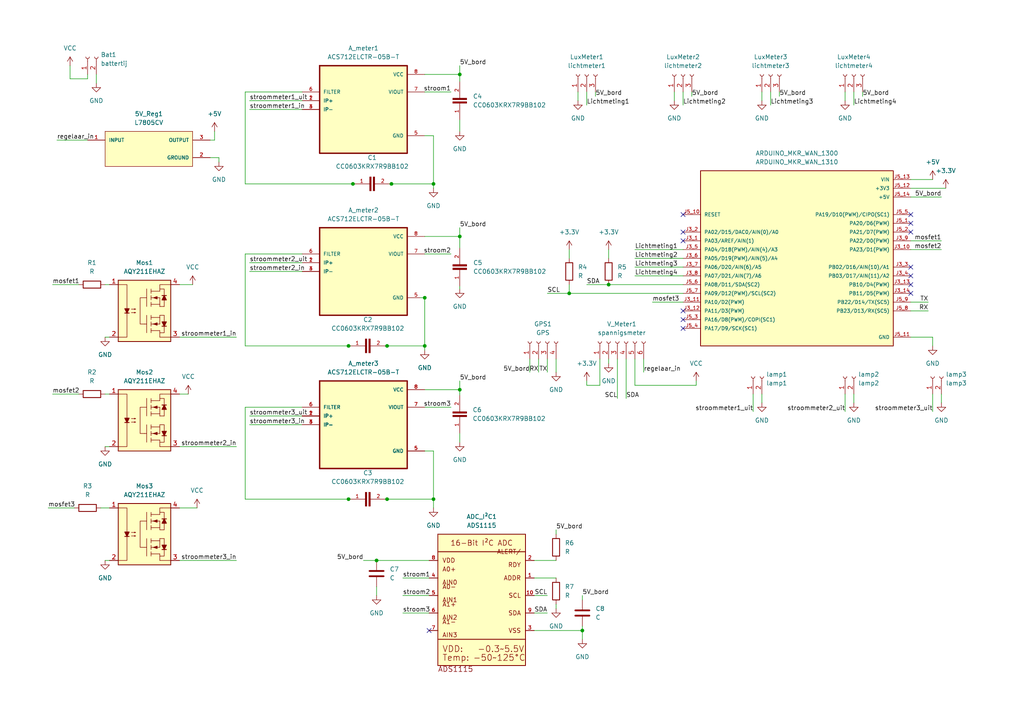
<source format=kicad_sch>
(kicad_sch (version 20211123) (generator eeschema)
  (paper "A4")
  (title_block (title "POAB_Baseplate") (date "2023-05-16") (rev "2.0") (comment 2 "Quinten Moons & Kevin Lahey"))
  (lib_symbols
    (symbol "ACS712ELCTR-05B-T:ACS712ELCTR-05B-T" (pin_names (offset 1.016))
      (property "Reference" "U" (at -12.7 13.7 0))
      (property "Value" "ACS712ELCTR-05B-T" (at -12.7 -16.7 0))
      (symbol "ACS712ELCTR-05B-T_0_0"
        (rectangle (start -12.7 -12.7) (end 12.7 12.7) (stroke (width 0.41)) (fill (type background)))
        (pin input line (at -17.78 2.54 0) (length 5.08) (name "IP+") (number "1"))
        (pin input line (at -17.78 2.54 0) (length 5.08) (name "IP+") (number "2"))
        (pin input line (at -17.78 0 0) (length 5.08) (name "IP-") (number "3"))
        (pin input line (at -17.78 0 0) (length 5.08) (name "IP-") (number "4"))
        (pin power_in line (at 17.78 -7.62 180) (length 5.08) (name "GND") (number "5"))
        (pin input line (at -17.78 5.08 0) (length 5.08) (name "FILTER") (number "6"))
        (pin output line (at 17.78 5.08 180) (length 5.08) (name "VIOUT") (number "7"))
        (pin power_in line (at 17.78 10.16 180) (length 5.08) (name "VCC") (number "8"))
      )
    )
    (symbol "ADS1115:ADS1115" (pin_names (offset 1.016))
      (property "Reference" "U" (at -12.7024 19.6887 0))
      (property "Value" "ADS1115" (at 0 0 0))
      (symbol "ADS1115_0_0"
        (rectangle (start -12.7 -19.05) (end 12.7 19.05) (stroke (width 0.254)) (fill (type background)))
        (polyline (pts (xy -12.7 13.97) (xy 12.7 13.97)) (stroke (width 0.254)))
        (polyline (pts (xy 12.7 -11.43) (xy -12.7 -11.43)) (stroke (width 0.254)))
        (text "-0.3~5.5V" (at -1.2717 -15.2604 0) (effects (font (size 1.7804 1.7804)) (justify left bottom)))
        (text "-50~125°C" (at -2.5418 -17.7925 0) (effects (font (size 1.7793 1.7793)) (justify left bottom)))
        (text "16-Bit I²C ADC" (at 0 16.513 0) (effects (font (size 1.5243 1.5243))))
        (text "A0+" (at -11.4486 8.9045 0) (effects (font (size 1.2721 1.2721)) (justify left)))
        (text "A0-" (at -11.4302 3.8101 0) (effects (font (size 1.27 1.27)) (justify left)))
        (text "A1+" (at -11.4373 -1.2708 0) (effects (font (size 1.2708 1.2708)) (justify left)))
        (text "A1-" (at -11.4484 -6.3603 0) (effects (font (size 1.272 1.272)) (justify left)))
        (text "ADDR" (at 11.4447 6.3582 0) (effects (font (size 1.2716 1.2716)) (justify right)))
        (text "ADS1115" (at -12.7079 -20.9681 0) (effects (font (size 1.525 1.525)) (justify left bottom)))
        (text "AIN0" (at -11.4486 5.0924 0) (effects (font (size 1.2721 1.2721)) (justify left)))
        (text "AIN1" (at -11.4302 0 0) (effects (font (size 1.27 1.27)) (justify left)))
        (text "AIN2" (at -11.4373 -5.0816 0) (effects (font (size 1.2708 1.2708)) (justify left)))
        (text "AIN3" (at -11.4484 -10.1723 0) (effects (font (size 1.272 1.272)) (justify left)))
        (text "ALERT/" (at 11.4389 13.9809 0) (effects (font (size 1.271 1.271)) (justify right)))
        (text "RDY" (at 11.4389 10.1699 0) (effects (font (size 1.271 1.271)) (justify right)))
        (text "SCL" (at 11.4523 1.2725 0) (effects (font (size 1.2725 1.2725)) (justify right)))
        (text "SDA" (at 11.4503 -3.8168 0) (effects (font (size 1.2723 1.2723)) (justify right)))
        (text "Temp:" (at -11.4321 -17.7833 0) (effects (font (size 1.7783 1.7783)) (justify left bottom)))
        (text "VDD" (at -11.4468 11.4468 0) (effects (font (size 1.2719 1.2719)) (justify left)))
        (text "VDD:" (at -11.4341 -15.2454 0) (effects (font (size 1.7786 1.7786)) (justify left bottom)))
        (text "VSS" (at 11.4432 -8.9003 0) (effects (font (size 1.2715 1.2715)) (justify right)))
        (pin bidirectional line (at 15.24 6.35 180) (length 2.54) (name "~") (number "1"))
        (pin bidirectional line (at 15.24 1.27 180) (length 2.54) (name "~") (number "10"))
        (pin bidirectional line (at 15.24 11.43 180) (length 2.54) (name "~") (number "2"))
        (pin bidirectional line (at 15.24 -8.89 180) (length 2.54) (name "~") (number "3"))
        (pin bidirectional line (at -15.24 6.35 0) (length 2.54) (name "~") (number "4"))
        (pin bidirectional line (at -15.24 1.27 0) (length 2.54) (name "~") (number "5"))
        (pin bidirectional line (at -15.24 -3.81 0) (length 2.54) (name "~") (number "6"))
        (pin bidirectional line (at -15.24 -8.89 0) (length 2.54) (name "~") (number "7"))
        (pin bidirectional line (at -15.24 11.43 0) (length 2.54) (name "~") (number "8"))
        (pin bidirectional line (at 15.24 -3.81 180) (length 2.54) (name "~") (number "9"))
      )
    )
    (symbol "ARDUINO_MKR_WAN_1310:ARDUINO_MKR_WAN_1310" (pin_names (offset 1.016))
      (property "Reference" "U" (at -27.94 27.94 0))
      (property "Value" "ARDUINO_MKR_WAN_1310" (at -27.94 -27.94 0))
      (symbol "ARDUINO_MKR_WAN_1310_0_0"
        (rectangle (start -27.94 -25.4) (end 27.94 25.4) (stroke (width 0.254)) (fill (type background)))
        (pin bidirectional line (at -33.02 5.08 0) (length 5.08) (name "PA03/AREF/AIN(1)") (number "J3_1"))
        (pin bidirectional line (at 33.02 2.54 180) (length 5.08) (name "PA23/D1(PWM)") (number "J3_10"))
        (pin bidirectional line (at -33.02 -12.7 0) (length 5.08) (name "PA10/D2(PWM)") (number "J3_11"))
        (pin bidirectional line (at -33.02 -15.24 0) (length 5.08) (name "PA11/D3(PWM)") (number "J3_12"))
        (pin bidirectional line (at 33.02 -7.62 180) (length 5.08) (name "PB10/D4(PWM)") (number "J3_13"))
        (pin bidirectional line (at 33.02 -10.16 180) (length 5.08) (name "PB11/D5(PWM)") (number "J3_14"))
        (pin bidirectional line (at -33.02 7.62 0) (length 5.08) (name "PA02/D15/DAC0/AIN(0)/A0") (number "J3_2"))
        (pin bidirectional line (at 33.02 -2.54 180) (length 5.08) (name "PB02/D16/AIN(10)/A1") (number "J3_3"))
        (pin bidirectional line (at 33.02 -5.08 180) (length 5.08) (name "PB03/D17/AIN(11)/A2") (number "J3_4"))
        (pin bidirectional line (at -33.02 2.54 0) (length 5.08) (name "PA04/D18(PWM)/AIN(4)/A3") (number "J3_5"))
        (pin bidirectional line (at -33.02 0 0) (length 5.08) (name "PA05/D19(PWM)/AIN(5)/A4") (number "J3_6"))
        (pin bidirectional line (at -33.02 -2.54 0) (length 5.08) (name "PA06/D20/AIN(6)/A5") (number "J3_7"))
        (pin bidirectional line (at -33.02 -5.08 0) (length 5.08) (name "PA07/D21/AIN(7)/A6") (number "J3_8"))
        (pin bidirectional line (at 33.02 5.08 180) (length 5.08) (name "PA22/D0(PWM)") (number "J3_9"))
        (pin bidirectional line (at 33.02 10.16 180) (length 5.08) (name "PA20/D6(PWM)") (number "J5_1"))
        (pin input line (at -33.02 12.7 0) (length 5.08) (name "RESET") (number "J5_10"))
        (pin power_in line (at 33.02 -22.86 180) (length 5.08) (name "GND") (number "J5_11"))
        (pin power_in line (at 33.02 20.32 180) (length 5.08) (name "+3V3") (number "J5_12"))
        (pin power_in line (at 33.02 22.86 180) (length 5.08) (name "VIN") (number "J5_13"))
        (pin power_in line (at 33.02 17.78 180) (length 5.08) (name "+5V") (number "J5_14"))
        (pin bidirectional line (at 33.02 7.62 180) (length 5.08) (name "PA21/D7(PWM)") (number "J5_2"))
        (pin bidirectional line (at -33.02 -17.78 0) (length 5.08) (name "PA16/D8(PWM)/COPI(SC1)") (number "J5_3"))
        (pin bidirectional line (at -33.02 -20.32 0) (length 5.08) (name "PA17/D9/SCK(SC1)") (number "J5_4"))
        (pin bidirectional line (at 33.02 12.7 180) (length 5.08) (name "PA19/D10(PWM)/CIPO(SC1)") (number "J5_5"))
        (pin bidirectional line (at -33.02 -7.62 0) (length 5.08) (name "PA08/D11/SDA(SC2)") (number "J5_6"))
        (pin bidirectional line (at -33.02 -10.16 0) (length 5.08) (name "PA09/D12(PWM)/SCL(SC2)") (number "J5_7"))
        (pin bidirectional line (at 33.02 -15.24 180) (length 5.08) (name "PB23/D13/RX(SC5)") (number "J5_8"))
        (pin bidirectional line (at 33.02 -12.7 180) (length 5.08) (name "PB22/D14/TX(SC5)") (number "J5_9"))
      )
    )
    (symbol "CC0603KRX7R9BB102:CC0603KRX7R9BB102" (pin_names (offset 1.016))
      (property "Reference" "C" (at -4.0677 2.2881 0))
      (property "Value" "CC0603KRX7R9BB102" (at -4.0695 -4.0695 0))
      (symbol "CC0603KRX7R9BB102_0_0"
        (rectangle (start -0.7634 -2.0334) (end -0.2551 2.0331) (stroke (width 0.1)) (fill (type outline)))
        (rectangle (start 0.2539 -2.0321) (end 0.762 2.032) (stroke (width 0.1)) (fill (type outline)))
        (pin passive line (at -5.588 0 0) (length 5.08) (name "~") (number "1"))
        (pin passive line (at 5.588 0 180) (length 5.08) (name "~") (number "2"))
      )
    )
    (symbol "Connector:Conn_01x02_Female" (pin_names (offset 1.016) hide)
      (property "Reference" "J" (at 0 2.54 0))
      (property "Value" "Conn_01x02_Female" (at 0 -5.08 0))
      (symbol "Conn_01x02_Female_1_1"
        (arc (start 0 -2.032) (mid -0.508 -2.54) (end 0 -3.048) (stroke (width 0.1524)))
        (polyline (pts (xy -1.27 -2.54) (xy -0.508 -2.54)) (stroke (width 0.1524)))
        (polyline (pts (xy -1.27 0) (xy -0.508 0)) (stroke (width 0.1524)))
        (arc (start 0 0.508) (mid -0.508 0) (end 0 -0.508) (stroke (width 0.1524)))
        (pin passive line (at -5.08 0 0) (length 3.81) (name "Pin_1") (number "1"))
        (pin passive line (at -5.08 -2.54 0) (length 3.81) (name "Pin_2") (number "2"))
      )
    )
    (symbol "Connector:Conn_01x03_Female" (pin_names (offset 1.016) hide)
      (property "Reference" "J" (at 0 5.08 0))
      (property "Value" "Conn_01x03_Female" (at 0 -5.08 0))
      (symbol "Conn_01x03_Female_1_1"
        (arc (start 0 -2.032) (mid -0.508 -2.54) (end 0 -3.048) (stroke (width 0.1524)))
        (polyline (pts (xy -1.27 -2.54) (xy -0.508 -2.54)) (stroke (width 0.1524)))
        (polyline (pts (xy -1.27 0) (xy -0.508 0)) (stroke (width 0.1524)))
        (polyline (pts (xy -1.27 2.54) (xy -0.508 2.54)) (stroke (width 0.1524)))
        (arc (start 0 0.508) (mid -0.508 0) (end 0 -0.508) (stroke (width 0.1524)))
        (arc (start 0 3.048) (mid -0.508 2.54) (end 0 2.032) (stroke (width 0.1524)))
        (pin passive line (at -5.08 2.54 0) (length 3.81) (name "Pin_1") (number "1"))
        (pin passive line (at -5.08 0 0) (length 3.81) (name "Pin_2") (number "2"))
        (pin passive line (at -5.08 -2.54 0) (length 3.81) (name "Pin_3") (number "3"))
      )
    )
    (symbol "Connector:Conn_01x04_Female" (pin_names (offset 1.016) hide)
      (property "Reference" "J" (at 0 5.08 0))
      (property "Value" "Conn_01x04_Female" (at 0 -7.62 0))
      (symbol "Conn_01x04_Female_1_1"
        (arc (start 0 -4.572) (mid -0.508 -5.08) (end 0 -5.588) (stroke (width 0.1524)))
        (arc (start 0 -2.032) (mid -0.508 -2.54) (end 0 -3.048) (stroke (width 0.1524)))
        (polyline (pts (xy -1.27 -5.08) (xy -0.508 -5.08)) (stroke (width 0.1524)))
        (polyline (pts (xy -1.27 -2.54) (xy -0.508 -2.54)) (stroke (width 0.1524)))
        (polyline (pts (xy -1.27 0) (xy -0.508 0)) (stroke (width 0.1524)))
        (polyline (pts (xy -1.27 2.54) (xy -0.508 2.54)) (stroke (width 0.1524)))
        (arc (start 0 0.508) (mid -0.508 0) (end 0 -0.508) (stroke (width 0.1524)))
        (arc (start 0 3.048) (mid -0.508 2.54) (end 0 2.032) (stroke (width 0.1524)))
        (pin passive line (at -5.08 2.54 0) (length 3.81) (name "Pin_1") (number "1"))
        (pin passive line (at -5.08 0 0) (length 3.81) (name "Pin_2") (number "2"))
        (pin passive line (at -5.08 -2.54 0) (length 3.81) (name "Pin_3") (number "3"))
        (pin passive line (at -5.08 -5.08 0) (length 3.81) (name "Pin_4") (number "4"))
      )
    )
    (symbol "Connector:Conn_01x06_Female" (pin_names (offset 1.016) hide)
      (property "Reference" "J" (at 0 7.62 0))
      (property "Value" "Conn_01x06_Female" (at 0 -10.16 0))
      (symbol "Conn_01x06_Female_1_1"
        (arc (start 0 -7.112) (mid -0.508 -7.62) (end 0 -8.128) (stroke (width 0.1524)))
        (arc (start 0 -4.572) (mid -0.508 -5.08) (end 0 -5.588) (stroke (width 0.1524)))
        (arc (start 0 -2.032) (mid -0.508 -2.54) (end 0 -3.048) (stroke (width 0.1524)))
        (polyline (pts (xy -1.27 -7.62) (xy -0.508 -7.62)) (stroke (width 0.1524)))
        (polyline (pts (xy -1.27 -5.08) (xy -0.508 -5.08)) (stroke (width 0.1524)))
        (polyline (pts (xy -1.27 -2.54) (xy -0.508 -2.54)) (stroke (width 0.1524)))
        (polyline (pts (xy -1.27 0) (xy -0.508 0)) (stroke (width 0.1524)))
        (polyline (pts (xy -1.27 2.54) (xy -0.508 2.54)) (stroke (width 0.1524)))
        (polyline (pts (xy -1.27 5.08) (xy -0.508 5.08)) (stroke (width 0.1524)))
        (arc (start 0 0.508) (mid -0.508 0) (end 0 -0.508) (stroke (width 0.1524)))
        (arc (start 0 3.048) (mid -0.508 2.54) (end 0 2.032) (stroke (width 0.1524)))
        (arc (start 0 5.588) (mid -0.508 5.08) (end 0 4.572) (stroke (width 0.1524)))
        (pin passive line (at -5.08 5.08 0) (length 3.81) (name "Pin_1") (number "1"))
        (pin passive line (at -5.08 2.54 0) (length 3.81) (name "Pin_2") (number "2"))
        (pin passive line (at -5.08 0 0) (length 3.81) (name "Pin_3") (number "3"))
        (pin passive line (at -5.08 -2.54 0) (length 3.81) (name "Pin_4") (number "4"))
        (pin passive line (at -5.08 -5.08 0) (length 3.81) (name "Pin_5") (number "5"))
        (pin passive line (at -5.08 -7.62 0) (length 3.81) (name "Pin_6") (number "6"))
      )
    )
    (symbol "Device:C" (pin_numbers hide) (pin_names (offset 0.254))
      (property "Reference" "C" (at 0.635 2.54 0))
      (property "Value" "C" (at 0.635 -2.54 0))
      (symbol "C_0_1"
        (polyline (pts (xy -2.032 -0.762) (xy 2.032 -0.762)) (stroke (width 0.508)))
        (polyline (pts (xy -2.032 0.762) (xy 2.032 0.762)) (stroke (width 0.508)))
      )
      (symbol "C_1_1"
        (pin passive line (at 0 3.81 270) (length 2.794) (name "~") (number "1"))
        (pin passive line (at 0 -3.81 90) (length 2.794) (name "~") (number "2"))
      )
    )
    (symbol "Device:R" (pin_numbers hide) (pin_names (offset 0))
      (property "Reference" "R" (at 2.032 0 90))
      (property "Value" "R" (at 0 0 90))
      (symbol "R_0_1"
        (rectangle (start -1.016 -2.54) (end 1.016 2.54) (stroke (width 0.254)))
      )
      (symbol "R_1_1"
        (pin passive line (at 0 3.81 270) (length 1.27) (name "~") (number "1"))
        (pin passive line (at 0 -3.81 90) (length 1.27) (name "~") (number "2"))
      )
    )
    (symbol "L7805CV:L7805CV" (pin_names (offset 1.016))
      (property "Reference" "U" (at -12.7 5.842 0))
      (property "Value" "L7805CV" (at -12.7 -7.62 0))
      (symbol "L7805CV_0_0"
        (rectangle (start -12.7 -5.08) (end 12.7 5.08) (stroke (width 0.1524)) (fill (type background)))
        (pin input line (at -17.78 2.54 0) (length 5.08) (name "INPUT") (number "1"))
        (pin power_in line (at 17.78 -2.54 180) (length 5.08) (name "GROUND") (number "2"))
        (pin output line (at 17.78 2.54 180) (length 5.08) (name "OUTPUT") (number "3"))
      )
    )
    (symbol "PoAB_Lib2:AQY211EHAZ" (pin_names hide)
      (property "Reference" "U" (at 0 12.7 0))
      (property "Value" "AQY211EHAZ" (at 0 10.16 0))
      (symbol "AQY211EHAZ_0_1"
        (rectangle (start -7.62 8.89) (end 7.62 -8.89) (stroke (width 0.254)) (fill (type background)))
        (polyline (pts (xy -5.715 -0.635) (xy -4.445 -0.635)) (stroke (width 0.254)))
        (polyline (pts (xy 0 -3.81) (xy 0.635 -3.81)))
        (polyline (pts (xy 0.635 -6.35) (xy 0.635 -1.27)))
        (polyline (pts (xy 0.635 6.35) (xy 0.635 1.27)))
        (polyline (pts (xy 1.905 -5.08) (xy 1.905 -6.35)))
        (polyline (pts (xy 1.905 -4.445) (xy 1.905 -3.175)))
        (polyline (pts (xy 1.905 -3.81) (xy 1.905 -3.81)))
        (polyline (pts (xy 1.905 -2.54) (xy 1.905 -1.27)))
        (polyline (pts (xy 1.905 2.54) (xy 1.905 1.27)))
        (polyline (pts (xy 1.905 3.81) (xy 1.905 3.81)))
        (polyline (pts (xy 1.905 4.445) (xy 1.905 3.175)))
        (polyline (pts (xy 1.905 5.08) (xy 1.905 6.35)))
        (polyline (pts (xy 4.445 -7.62) (xy 7.62 -7.62)))
        (polyline (pts (xy 4.445 -5.715) (xy 1.905 -5.715)))
        (polyline (pts (xy 4.445 -5.715) (xy 4.445 -7.62)))
        (polyline (pts (xy 4.445 -3.81) (xy 1.905 -3.81)))
        (polyline (pts (xy 4.445 -3.81) (xy 4.445 -1.905)))
        (polyline (pts (xy 4.445 -1.905) (xy 1.905 -1.905)))
        (polyline (pts (xy 4.445 -1.905) (xy 4.445 -1.27)))
        (polyline (pts (xy 4.445 -1.27) (xy 5.715 -1.27)))
        (polyline (pts (xy 4.445 1.27) (xy 5.715 1.27)))
        (polyline (pts (xy 4.445 1.905) (xy 1.905 1.905)))
        (polyline (pts (xy 4.445 1.905) (xy 4.445 1.27)))
        (polyline (pts (xy 4.445 3.81) (xy 1.905 3.81)))
        (polyline (pts (xy 4.445 3.81) (xy 4.445 1.905)))
        (polyline (pts (xy 4.445 5.715) (xy 1.905 5.715)))
        (polyline (pts (xy 5.08 4.445) (xy 6.35 4.445)) (stroke (width 0.254)))
        (polyline (pts (xy 5.715 -1.27) (xy 5.715 -3.175)))
        (polyline (pts (xy 5.715 1.27) (xy 5.715 3.175)))
        (polyline (pts (xy 6.35 -4.445) (xy 5.08 -4.445)) (stroke (width 0.254)))
        (polyline (pts (xy 7.62 7.62) (xy 5.08 7.62)))
        (polyline (pts (xy 5.08 7.62) (xy 4.445 7.62) (xy 4.445 5.715)))
        (polyline (pts (xy 5.715 -4.445) (xy 5.715 -6.35) (xy 4.445 -6.35)))
        (polyline (pts (xy 5.715 4.445) (xy 5.715 6.35) (xy 4.445 6.35)))
        (polyline (pts (xy -7.62 7.62) (xy -5.08 7.62) (xy -5.08 -7.62) (xy -7.62 -7.62)))
        (polyline (pts (xy -5.08 -0.635) (xy -5.715 0.635) (xy -4.445 0.635) (xy -5.08 -0.635)) (stroke (width 0.254)) (fill (type outline)))
        (polyline (pts (xy 0 -3.81) (xy -1.27 -3.81) (xy -1.27 3.81) (xy 0.635 3.81)))
        (polyline (pts (xy 2.54 -3.81) (xy 3.683 -3.429) (xy 3.683 -4.191) (xy 2.54 -3.81)) (fill (type outline)))
        (polyline (pts (xy 2.54 3.81) (xy 3.683 3.429) (xy 3.683 4.191) (xy 2.54 3.81)) (fill (type outline)))
        (polyline (pts (xy 5.715 -4.445) (xy 5.08 -3.175) (xy 6.35 -3.175) (xy 5.715 -4.445)) (stroke (width 0.254)) (fill (type outline)))
        (polyline (pts (xy 5.715 4.445) (xy 6.35 3.175) (xy 5.08 3.175) (xy 5.715 4.445)) (stroke (width 0.254)) (fill (type outline)))
        (polyline (pts (xy -3.81 -0.508) (xy -2.54 -0.508) (xy -2.921 -0.635) (xy -2.921 -0.381) (xy -2.54 -0.508)))
        (polyline (pts (xy -3.81 0.508) (xy -2.54 0.508) (xy -2.921 0.381) (xy -2.921 0.635) (xy -2.54 0.508)))
        (rectangle (start 0.635 6.35) (end 0.635 6.35))
      )
      (symbol "AQY211EHAZ_1_1"
        (pin input line (at -10.16 7.62 0) (length 2.54) (name "A") (number "1"))
        (pin output line (at -10.16 -7.62 0) (length 2.54) (name "C") (number "2"))
        (pin bidirectional line (at 10.16 -7.62 180) (length 2.54) (name "VEE") (number "3"))
        (pin bidirectional line (at 10.16 7.62 180) (length 2.54) (name "VCC") (number "4"))
      )
    )
    (symbol "power:+3.3V" (power) (pin_names (offset 0))
      (property "Value" "+3.3V" (at 0 3.556 0))
      (symbol "+3.3V_0_1"
        (polyline (pts (xy -0.762 1.27) (xy 0 2.54)))
        (polyline (pts (xy 0 0) (xy 0 2.54)))
        (polyline (pts (xy 0 2.54) (xy 0.762 1.27)))
      )
      (symbol "+3.3V_1_1"
        (pin power_in line (at 0 0 90) (length 0) hide (name "+3.3V") (number "1"))
      )
    )
    (symbol "power:+5V" (power) (pin_names (offset 0))
      (property "Value" "+5V" (at 0 3.556 0))
      (symbol "+5V_0_1"
        (polyline (pts (xy -0.762 1.27) (xy 0 2.54)))
        (polyline (pts (xy 0 0) (xy 0 2.54)))
        (polyline (pts (xy 0 2.54) (xy 0.762 1.27)))
      )
      (symbol "+5V_1_1"
        (pin power_in line (at 0 0 90) (length 0) hide (name "+5V") (number "1"))
      )
    )
    (symbol "power:GND" (power) (pin_names (offset 0))
      (property "Value" "GND" (at 0 -3.81 0))
      (symbol "GND_0_1"
        (polyline (pts (xy 0 0) (xy 0 -1.27) (xy 1.27 -1.27) (xy 0 -2.54) (xy -1.27 -1.27) (xy 0 -1.27)))
      )
      (symbol "GND_1_1"
        (pin power_in line (at 0 0 270) (length 0) hide (name "GND") (number "1"))
      )
    )
    (symbol "power:VCC" (power) (pin_names (offset 0))
      (property "Value" "VCC" (at 0 3.81 0))
      (symbol "VCC_0_1"
        (polyline (pts (xy -0.762 1.27) (xy 0 2.54)))
        (polyline (pts (xy 0 0) (xy 0 2.54)))
        (polyline (pts (xy 0 2.54) (xy 0.762 1.27)))
      )
      (symbol "VCC_1_1"
        (pin power_in line (at 0 0 90) (length 0) hide (name "VCC") (number "1"))
      )
    )
  )
  (junction (at 101.092 144.78))
  (junction (at 133.35 21.59))
  (junction (at 165.1 85.09))
  (junction (at 123.19 86.36))
  (junction (at 168.91 182.88))
  (junction (at 176.53 82.55))
  (junction (at 125.73 53.34))
  (junction (at 101.092 100.33))
  (junction (at 102.362 53.34))
  (junction (at 133.35 113.03))
  (junction (at 113.538 53.34))
  (junction (at 133.35 68.58))
  (junction (at 112.268 100.33))
  (junction (at 112.268 144.78))
  (junction (at 123.19 100.33))
  (junction (at 125.73 144.78))
  (junction (at 109.22 162.56))
  (no_connect (at 264.16 62.23))
  (no_connect (at 264.16 64.77))
  (no_connect (at 264.16 67.31))
  (no_connect (at 264.16 82.55))
  (no_connect (at 264.16 85.09))
  (no_connect (at 198.12 90.17))
  (no_connect (at 198.12 92.71))
  (no_connect (at 198.12 95.25))
  (no_connect (at 198.12 69.85))
  (no_connect (at 198.12 62.23))
  (no_connect (at 264.16 77.47))
  (no_connect (at 264.16 80.01))
  (no_connect (at 198.12 67.31))
  (no_connect (at 124.46 182.88))
  (wire (pts (xy 161.29 176.53) (xy 161.29 175.26)))
  (wire (pts (xy 54.61 114.3) (xy 52.07 114.3)))
  (wire (pts (xy 133.35 19.05) (xy 133.35 21.59)))
  (wire (pts (xy 186.69 107.95) (xy 186.69 104.14)))
  (wire (pts (xy 71.12 26.67) (xy 87.63 26.67)))
  (wire (pts (xy 133.35 110.49) (xy 133.35 113.03)))
  (wire (pts (xy 167.64 29.21) (xy 167.64 26.67)))
  (wire (pts (xy 184.15 72.39) (xy 198.12 72.39)))
  (wire (pts (xy 125.73 39.37) (xy 123.19 39.37)))
  (wire (pts (xy 154.94 182.88) (xy 168.91 182.88)))
  (wire (pts (xy 29.21 147.32) (xy 31.75 147.32)))
  (wire (pts (xy 220.98 116.84) (xy 220.98 114.3)))
  (wire (pts (xy 270.51 52.07) (xy 264.16 52.07)))
  (wire (pts (xy 133.35 83.058) (xy 133.35 83.82)))
  (wire (pts (xy 161.29 162.56) (xy 154.94 162.56)))
  (wire (pts (xy 123.19 113.03) (xy 133.35 113.03)))
  (wire (pts (xy 274.32 54.61) (xy 264.16 54.61)))
  (wire (pts (xy 165.1 85.09) (xy 198.12 85.09)))
  (wire (pts (xy 30.48 114.3) (xy 31.75 114.3)))
  (wire (pts (xy 15.24 82.55) (xy 22.86 82.55)))
  (wire (pts (xy 72.39 29.21) (xy 87.63 29.21)))
  (wire (pts (xy 168.91 182.88) (xy 168.91 181.61)))
  (wire (pts (xy 30.48 82.55) (xy 31.75 82.55)))
  (wire (pts (xy 130.81 73.66) (xy 123.19 73.66)))
  (wire (pts (xy 170.18 110.49) (xy 170.18 111.76)))
  (wire (pts (xy 20.32 22.86) (xy 25.4 22.86)))
  (wire (pts (xy 25.4 21.59) (xy 25.4 22.86)))
  (wire (pts (xy 220.98 29.21) (xy 220.98 26.67)))
  (wire (pts (xy 116.84 172.72) (xy 124.46 172.72)))
  (wire (pts (xy 133.35 66.04) (xy 133.35 68.58)))
  (wire (pts (xy 172.72 27.94) (xy 172.72 26.67)))
  (wire (pts (xy 68.58 162.56) (xy 52.07 162.56)))
  (wire (pts (xy 30.48 97.79) (xy 31.75 97.79)))
  (wire (pts (xy 125.73 53.34) (xy 125.73 54.61)))
  (wire (pts (xy 125.73 53.34) (xy 125.73 39.37)))
  (wire (pts (xy 113.538 53.34) (xy 125.73 53.34)))
  (wire (pts (xy 16.51 40.64) (xy 25.4 40.64)))
  (wire (pts (xy 130.81 118.11) (xy 123.19 118.11)))
  (wire (pts (xy 111.76 144.78) (xy 112.268 144.78)))
  (wire (pts (xy 161.29 107.95) (xy 161.29 104.14)))
  (wire (pts (xy 165.1 82.55) (xy 165.1 85.09)))
  (wire (pts (xy 156.21 107.95) (xy 156.21 104.14)))
  (wire (pts (xy 273.05 116.84) (xy 273.05 114.3)))
  (wire (pts (xy 168.91 172.72) (xy 168.91 173.99)))
  (wire (pts (xy 102.87 53.34) (xy 102.362 53.34)))
  (wire (pts (xy 116.84 167.64) (xy 124.46 167.64)))
  (wire (pts (xy 170.18 82.55) (xy 176.53 82.55)))
  (wire (pts (xy 184.15 77.47) (xy 198.12 77.47)))
  (wire (pts (xy 15.24 114.3) (xy 22.86 114.3)))
  (wire (pts (xy 250.19 27.94) (xy 250.19 26.67)))
  (wire (pts (xy 133.35 68.58) (xy 133.35 71.882)))
  (wire (pts (xy 123.19 100.33) (xy 123.19 101.6)))
  (wire (pts (xy 60.96 45.72) (xy 63.5 45.72)))
  (wire (pts (xy 109.22 170.18) (xy 109.22 172.72)))
  (wire (pts (xy 68.58 97.79) (xy 52.07 97.79)))
  (wire (pts (xy 60.96 40.64) (xy 62.23 40.64)))
  (wire (pts (xy 71.12 144.78) (xy 71.12 118.11)))
  (wire (pts (xy 133.35 113.03) (xy 133.35 114.554)))
  (wire (pts (xy 165.1 72.39) (xy 165.1 74.93)))
  (wire (pts (xy 158.75 85.09) (xy 165.1 85.09)))
  (wire (pts (xy 130.81 26.67) (xy 123.19 26.67)))
  (wire (pts (xy 273.05 72.39) (xy 264.16 72.39)))
  (wire (pts (xy 113.03 53.34) (xy 113.538 53.34)))
  (wire (pts (xy 116.84 177.8) (xy 124.46 177.8)))
  (wire (pts (xy 102.362 53.34) (xy 71.12 53.34)))
  (wire (pts (xy 181.61 115.57) (xy 181.61 104.14)))
  (wire (pts (xy 71.12 118.11) (xy 87.63 118.11)))
  (wire (pts (xy 72.39 76.2) (xy 87.63 76.2)))
  (wire (pts (xy 176.53 104.14) (xy 176.53 105.41)))
  (wire (pts (xy 176.53 72.39) (xy 176.53 74.93)))
  (wire (pts (xy 273.05 69.85) (xy 264.16 69.85)))
  (wire (pts (xy 123.19 86.36) (xy 123.19 100.33)))
  (wire (pts (xy 72.39 31.75) (xy 87.63 31.75)))
  (wire (pts (xy 20.32 19.05) (xy 20.32 22.86)))
  (wire (pts (xy 154.94 167.64) (xy 161.29 167.64)))
  (wire (pts (xy 170.18 26.67) (xy 170.18 30.48)))
  (wire (pts (xy 223.52 26.67) (xy 223.52 30.48)))
  (wire (pts (xy 62.23 38.1) (xy 62.23 40.64)))
  (wire (pts (xy 158.75 172.72) (xy 154.94 172.72)))
  (wire (pts (xy 72.39 78.74) (xy 87.63 78.74)))
  (wire (pts (xy 111.76 100.33) (xy 112.268 100.33)))
  (wire (pts (xy 184.15 80.01) (xy 198.12 80.01)))
  (wire (pts (xy 71.12 100.33) (xy 71.12 73.66)))
  (wire (pts (xy 30.48 129.54) (xy 31.75 129.54)))
  (wire (pts (xy 153.67 107.95) (xy 153.67 104.14)))
  (wire (pts (xy 200.66 26.67) (xy 200.66 27.94)))
  (wire (pts (xy 109.22 162.56) (xy 124.46 162.56)))
  (wire (pts (xy 245.11 119.38) (xy 245.11 114.3)))
  (wire (pts (xy 264.16 97.79) (xy 270.51 97.79)))
  (wire (pts (xy 72.39 120.65) (xy 87.63 120.65)))
  (wire (pts (xy 195.58 29.21) (xy 195.58 26.67)))
  (wire (pts (xy 270.51 100.33) (xy 270.51 97.79)))
  (wire (pts (xy 273.05 57.15) (xy 264.16 57.15)))
  (wire (pts (xy 184.15 111.76) (xy 201.93 111.76)))
  (wire (pts (xy 270.51 119.38) (xy 270.51 114.3)))
  (wire (pts (xy 226.06 26.67) (xy 226.06 27.94)))
  (wire (pts (xy 179.07 115.57) (xy 179.07 104.14)))
  (wire (pts (xy 55.88 82.55) (xy 52.07 82.55)))
  (wire (pts (xy 101.6 144.78) (xy 101.092 144.78)))
  (wire (pts (xy 158.75 177.8) (xy 154.94 177.8)))
  (wire (pts (xy 198.12 26.67) (xy 198.12 30.48)))
  (wire (pts (xy 101.092 100.33) (xy 71.12 100.33)))
  (wire (pts (xy 125.73 130.81) (xy 123.19 130.81)))
  (wire (pts (xy 176.53 82.55) (xy 198.12 82.55)))
  (wire (pts (xy 71.12 53.34) (xy 71.12 26.67)))
  (wire (pts (xy 30.48 162.56) (xy 31.75 162.56)))
  (wire (pts (xy 247.65 26.67) (xy 247.65 30.48)))
  (wire (pts (xy 269.24 87.63) (xy 264.16 87.63)))
  (wire (pts (xy 72.39 123.19) (xy 87.63 123.19)))
  (wire (pts (xy 184.15 111.76) (xy 184.15 104.14)))
  (wire (pts (xy 125.73 130.81) (xy 125.73 144.78)))
  (wire (pts (xy 201.93 111.76) (xy 201.93 110.49)))
  (wire (pts (xy 71.12 73.66) (xy 87.63 73.66)))
  (wire (pts (xy 13.97 147.32) (xy 21.59 147.32)))
  (wire (pts (xy 123.19 68.58) (xy 133.35 68.58)))
  (wire (pts (xy 105.41 162.56) (xy 109.22 162.56)))
  (wire (pts (xy 247.65 116.84) (xy 247.65 114.3)))
  (wire (pts (xy 133.35 21.59) (xy 123.19 21.59)))
  (wire (pts (xy 101.6 100.33) (xy 101.092 100.33)))
  (wire (pts (xy 168.91 185.42) (xy 168.91 182.88)))
  (wire (pts (xy 112.268 144.78) (xy 125.73 144.78)))
  (wire (pts (xy 125.73 144.78) (xy 125.73 147.32)))
  (wire (pts (xy 68.58 129.54) (xy 52.07 129.54)))
  (wire (pts (xy 158.75 107.95) (xy 158.75 104.14)))
  (wire (pts (xy 121.92 86.36) (xy 123.19 86.36)))
  (wire (pts (xy 184.15 74.93) (xy 198.12 74.93)))
  (wire (pts (xy 133.35 125.73) (xy 133.35 128.27)))
  (wire (pts (xy 269.24 90.17) (xy 264.16 90.17)))
  (wire (pts (xy 133.35 34.798) (xy 133.35 38.1)))
  (wire (pts (xy 245.11 29.21) (xy 245.11 26.67)))
  (wire (pts (xy 112.268 100.33) (xy 123.19 100.33)))
  (wire (pts (xy 170.18 111.76) (xy 173.99 111.76)))
  (wire (pts (xy 189.23 87.63) (xy 198.12 87.63)))
  (wire (pts (xy 218.44 119.38) (xy 218.44 114.3)))
  (wire (pts (xy 173.99 111.76) (xy 173.99 104.14)))
  (wire (pts (xy 63.5 45.72) (xy 63.5 46.99)))
  (wire (pts (xy 161.29 153.67) (xy 161.29 154.94)))
  (wire (pts (xy 27.94 21.59) (xy 27.94 24.13)))
  (wire (pts (xy 57.15 147.32) (xy 52.07 147.32)))
  (wire (pts (xy 133.35 21.59) (xy 133.35 23.622)))
  (wire (pts (xy 101.092 144.78) (xy 71.12 144.78)))
  (label "5V_bord" (at 226.06 27.94 0))
  (label "5V_bord" (at 133.35 19.05 0))
  (label "Lichtmeting3" (at 223.52 30.48 0))
  (label "stroommeter1_uit" (at 218.44 119.38 180))
  (label "Lichtmeting3" (at 184.15 77.47 0))
  (label "regelaar_in" (at 16.51 40.64 0))
  (label "5V_bord" (at 161.29 153.67 0))
  (label "mosfet2" (at 15.24 114.3 0))
  (label "5V_bord" (at 133.35 110.49 0))
  (label "Lichtmeting4" (at 247.65 30.48 0))
  (label "5V_bord" (at 172.72 27.94 0))
  (label "stroommeter3_in" (at 68.58 162.56 180))
  (label "mosfet1" (at 273.05 69.85 180))
  (label "stroom1" (at 130.81 26.67 180))
  (label "5V_bord" (at 273.05 57.15 180))
  (label "Lichtmeting1" (at 184.15 72.39 0))
  (label "stroommeter3_uit" (at 270.51 119.38 180))
  (label "5V_bord" (at 133.35 66.04 0))
  (label "stroom3" (at 130.81 118.11 180))
  (label "stroommeter1_in" (at 68.58 97.79 180))
  (label "5V_bord" (at 168.91 172.72 0))
  (label "5V_bord" (at 250.19 27.94 0))
  (label "5V_bord" (at 153.67 107.95 180))
  (label "mosfet3" (at 13.97 147.32 0))
  (label "stroom2" (at 130.81 73.66 180))
  (label "RX" (at 156.21 107.95 180))
  (label "Lichtmeting1" (at 170.18 30.48 0))
  (label "mosfet1" (at 15.24 82.55 0))
  (label "stroommeter2_in" (at 72.39 78.74 0))
  (label "SDA" (at 158.75 177.8 180))
  (label "regelaar_in" (at 186.69 107.95 0))
  (label "Lichtmeting2" (at 198.12 30.48 0))
  (label "SCL" (at 179.07 115.57 180))
  (label "SCL" (at 158.75 85.09 0))
  (label "stroom3" (at 116.84 177.8 0))
  (label "SDA" (at 181.61 115.57 0))
  (label "TX" (at 158.75 107.95 180))
  (label "stroom1" (at 116.84 167.64 0))
  (label "5V_bord" (at 105.41 162.56 180))
  (label "stroommeter3_in" (at 72.39 123.19 0))
  (label "stroommeter2_uit" (at 245.11 119.38 180))
  (label "stroommeter1_in" (at 72.39 31.75 0))
  (label "mosfet2" (at 273.05 72.39 180))
  (label "Lichtmeting2" (at 184.15 74.93 0))
  (label "SCL" (at 158.75 172.72 180))
  (label "stroommeter2_in" (at 68.58 129.54 180))
  (label "stroommeter1_uit" (at 72.39 29.21 0))
  (label "stroommeter2_uit" (at 72.39 76.2 0))
  (label "Lichtmeting4" (at 184.15 80.01 0))
  (label "5V_bord" (at 200.66 27.94 0))
  (label "stroommeter3_uit" (at 72.39 120.65 0))
  (label "RX" (at 269.24 90.17 180))
  (label "stroom2" (at 116.84 172.72 0))
  (label "SDA" (at 170.18 82.55 0))
  (label "TX" (at 269.24 87.63 180))
  (label "mosfet3" (at 189.23 87.63 0))
  (symbol (lib_id "Device:C") (at 168.91 177.8 0) (mirror y) (unit 1)
    (property "Reference" "C8" (at 172.72 176.5299 0) (effects (justify right)))
    (property "Value" "C" (at 172.72 179.0699 0) (effects (justify right)))
    (property "Footprint" "Capacitor_SMD:C_0805_2012Metric_Pad1.18x1.45mm_HandSolder" (effects hide))
  )
  (symbol (lib_id "power:+3.3V") (at 176.53 72.39 0) (unit 1)
    (property "Reference" "#PWR0103" (effects hide))
    (property "Value" "+3.3V" (at 176.53 67.31 0))
  )
  (symbol (lib_id "power:+3.3V") (at 170.18 110.49 0) (unit 1)
    (property "Reference" "#PWR?" (effects hide))
    (property "Value" "+3.3V" (at 170.18 105.41 0))
  )
  (symbol (lib_id "Device:R") (at 26.67 82.55 90) (unit 1)
    (property "Reference" "R1" (at 26.67 76.2 90))
    (property "Value" "R" (at 26.67 78.74 90))
    (property "Footprint" "Resistor_SMD:R_0805_2012Metric_Pad1.20x1.40mm_HandSolder" (effects hide))
  )
  (symbol (lib_id "power:GND") (at 123.19 101.6 0) (unit 1)
    (property "Reference" "#PWR020" (effects hide))
    (property "Value" "GND" (at 123.19 106.68 0))
  )
  (symbol (lib_id "Device:R") (at 165.1 78.74 180) (unit 1)
    (property "Reference" "R4" (at 167.64 77.4699 0) (effects (justify right)))
    (property "Value" "R" (at 167.64 80.0099 0) (effects (justify right)))
    (property "Footprint" "Resistor_SMD:R_0805_2012Metric_Pad1.20x1.40mm_HandSolder" (effects hide))
  )
  (symbol (lib_id "power:GND") (at 270.51 100.33 0) (unit 1)
    (property "Reference" "#PWR039" (effects hide))
    (property "Value" "GND" (at 270.51 105.41 0))
  )
  (symbol (lib_id "power:GND") (at 125.73 147.32 0) (unit 1)
    (property "Reference" "#PWR022" (effects hide))
    (property "Value" "GND" (at 125.73 152.4 0))
  )
  (symbol (lib_id "power:GND") (at 30.48 129.54 0) (unit 1)
    (property "Reference" "#PWR05" (effects hide))
    (property "Value" "GND" (at 30.48 134.62 0))
  )
  (symbol (lib_id "power:VCC") (at 201.93 110.49 0) (unit 1)
    (property "Reference" "#PWR016" (effects hide))
    (property "Value" "VCC" (at 201.93 105.41 0))
  )
  (symbol (lib_id "power:GND") (at 30.48 97.79 0) (unit 1)
    (property "Reference" "#PWR04" (effects hide))
    (property "Value" "GND" (at 30.48 102.87 0))
  )
  (symbol (lib_id "PoAB_Lib2:AQY211EHAZ") (at 41.91 154.94 0) (unit 1)
    (property "Reference" "Mos3" (at 41.91 140.97 0))
    (property "Value" "AQY211EHAZ" (at 41.91 143.51 0))
    (property "Footprint" "PoAB_Foots2:AQY211EHAZ" (effects hide))
  )
  (symbol (lib_id "power:GND") (at 161.29 176.53 0) (unit 1)
    (property "Reference" "#PWR014" (effects hide))
    (property "Value" "GND" (at 161.29 181.61 0))
  )
  (symbol (lib_id "power:VCC") (at 54.61 114.3 0) (unit 1)
    (property "Reference" "#PWR01" (effects hide))
    (property "Value" "VCC" (at 54.61 109.22 0))
  )
  (symbol (lib_id "power:GND") (at 245.11 29.21 0) (unit 1)
    (property "Reference" "#PWR037" (effects hide))
    (property "Value" "GND" (at 245.11 34.29 0))
  )
  (symbol (lib_id "Connector:Conn_01x03_Female") (at 247.65 21.59 90) (unit 1)
    (property "Reference" "LuxMeter4" (at 247.65 16.51 90))
    (property "Value" "lichtmeter4" (at 247.65 19.05 90))
    (property "Footprint" "Connector_PinSocket_2.54mm:PinSocket_1x03_P2.54mm_Vertical" (effects hide))
  )
  (symbol (lib_id "ADS1115:ADS1115") (at 139.7 173.99 0) (unit 1)
    (property "Reference" "ADC_I²C1" (at 139.7 149.86 0))
    (property "Value" "ADS1115" (at 139.7 152.4 0))
    (property "Footprint" "ADS1115:MSOP10" (effects hide))
  )
  (symbol (lib_id "power:+3.3V") (at 165.1 72.39 0) (unit 1)
    (property "Reference" "#PWR0105" (effects hide))
    (property "Value" "+3.3V" (at 165.1 67.31 0))
  )
  (symbol (lib_id "PoAB_Lib2:AQY211EHAZ") (at 41.91 121.92 0) (unit 1)
    (property "Reference" "Mos2" (at 41.91 107.95 0))
    (property "Value" "AQY211EHAZ" (at 41.91 110.49 0))
    (property "Footprint" "PoAB_Foots2:AQY211EHAZ" (effects hide))
  )
  (symbol (lib_id "CC0603KRX7R9BB102:CC0603KRX7R9BB102") (at 106.68 100.33 0) (unit 1)
    (property "Reference" "C2" (at 106.6793 92.71 0))
    (property "Value" "CC0603KRX7R9BB102" (at 106.6793 95.25 0))
    (property "Footprint" "CC0603KRX7R9BB102:CAPC1608X90" (effects hide))
    (property "MANUFACTURER" "YAGEO" (effects hide))
  )
  (symbol (lib_id "power:GND") (at 220.98 116.84 0) (unit 1)
    (property "Reference" "#PWR029" (effects hide))
    (property "Value" "GND" (at 220.98 121.92 0))
  )
  (symbol (lib_id "Connector:Conn_01x02_Female") (at 245.11 109.22 90) (unit 1)
    (property "Reference" "lamp2" (at 248.92 108.5849 90) (effects (justify right)))
    (property "Value" "lamp2" (at 248.92 111.1249 90) (effects (justify right)))
    (property "Footprint" "Connector_PinSocket_2.54mm:PinSocket_1x02_P2.54mm_Vertical" (effects hide))
  )
  (symbol (lib_id "ACS712ELCTR-05B-T:ACS712ELCTR-05B-T") (at 105.41 31.75 0) (unit 1)
    (property "Reference" "A_meter1" (at 105.41 13.97 0))
    (property "Value" "ACS712ELCTR-05B-T" (at 105.41 16.51 0))
    (property "Footprint" "ACS712ELCTR-05B-T:SOIC127P600X175-8N" (effects hide))
  )
  (symbol (lib_id "power:GND") (at 30.48 162.56 0) (unit 1)
    (property "Reference" "#PWR06" (effects hide))
    (property "Value" "GND" (at 30.48 167.64 0))
  )
  (symbol (lib_id "power:+3.3V") (at 274.32 54.61 0) (unit 1)
    (property "Reference" "#PWR0101" (effects hide))
    (property "Value" "+3.3V" (at 274.32 49.53 0))
  )
  (symbol (lib_id "CC0603KRX7R9BB102:CC0603KRX7R9BB102") (at 106.68 144.78 0) (unit 1)
    (property "Reference" "C3" (at 106.6793 137.16 0))
    (property "Value" "CC0603KRX7R9BB102" (at 106.6793 139.7 0))
    (property "Footprint" "CC0603KRX7R9BB102:CAPC1608X90" (effects hide))
    (property "MANUFACTURER" "YAGEO" (effects hide))
  )
  (symbol (lib_id "Connector:Conn_01x03_Female") (at 198.12 21.59 90) (unit 1)
    (property "Reference" "LuxMeter2" (at 198.12 16.51 90))
    (property "Value" "lichtmeter2" (at 198.12 19.05 90))
    (property "Footprint" "Connector_PinSocket_2.54mm:PinSocket_1x03_P2.54mm_Vertical" (effects hide))
  )
  (symbol (lib_id "Device:R") (at 161.29 158.75 180) (unit 1)
    (property "Reference" "R6" (at 163.83 157.4799 0) (effects (justify right)))
    (property "Value" "R" (at 163.83 160.0199 0) (effects (justify right)))
    (property "Footprint" "Resistor_SMD:R_0805_2012Metric_Pad1.20x1.40mm_HandSolder" (effects hide))
  )
  (symbol (lib_id "CC0603KRX7R9BB102:CC0603KRX7R9BB102") (at 107.95 53.34 0) (unit 1)
    (property "Reference" "C1" (at 107.9493 45.72 0))
    (property "Value" "CC0603KRX7R9BB102" (at 107.9493 48.26 0))
    (property "Footprint" "CC0603KRX7R9BB102:CAPC1608X90" (effects hide))
    (property "MANUFACTURER" "YAGEO" (effects hide))
  )
  (symbol (lib_id "power:GND") (at 220.98 29.21 0) (unit 1)
    (property "Reference" "#PWR033" (effects hide))
    (property "Value" "GND" (at 220.98 34.29 0))
  )
  (symbol (lib_id "power:GND") (at 195.58 29.21 0) (unit 1)
    (property "Reference" "#PWR030" (effects hide))
    (property "Value" "GND" (at 195.58 34.29 0))
  )
  (symbol (lib_id "power:GND") (at 161.29 107.95 0) (unit 1)
    (property "Reference" "#PWR012" (effects hide))
    (property "Value" "GND" (at 161.29 113.03 0))
  )
  (symbol (lib_id "power:GND") (at 63.5 46.99 0) (unit 1)
    (property "Reference" "#PWR011" (effects hide))
    (property "Value" "GND" (at 63.5 52.07 0))
  )
  (symbol (lib_id "ACS712ELCTR-05B-T:ACS712ELCTR-05B-T") (at 105.41 123.19 0) (unit 1)
    (property "Reference" "A_meter3" (at 105.41 105.41 0))
    (property "Value" "ACS712ELCTR-05B-T" (at 105.41 107.95 0))
    (property "Footprint" "ACS712ELCTR-05B-T:SOIC127P600X175-8N" (effects hide))
  )
  (symbol (lib_id "power:GND") (at 125.73 54.61 0) (unit 1)
    (property "Reference" "#PWR021" (effects hide))
    (property "Value" "GND" (at 125.73 59.69 0))
  )
  (symbol (lib_id "Device:R") (at 176.53 78.74 180) (unit 1)
    (property "Reference" "R5" (at 179.07 77.4699 0) (effects (justify right)))
    (property "Value" "R" (at 179.07 80.0099 0) (effects (justify right)))
    (property "Footprint" "Resistor_SMD:R_0805_2012Metric_Pad1.20x1.40mm_HandSolder" (effects hide))
  )
  (symbol (lib_id "Connector:Conn_01x06_Female") (at 179.07 99.06 90) (unit 1)
    (property "Reference" "V_Meter1" (at 180.34 93.98 90))
    (property "Value" "spannigsmeter" (at 180.34 96.52 90))
    (property "Footprint" "Connector_PinSocket_2.54mm:PinSocket_1x06_P2.54mm_Vertical" (effects hide))
  )
  (symbol (lib_id "Connector:Conn_01x03_Female") (at 170.18 21.59 90) (unit 1)
    (property "Reference" "LuxMeter1" (at 170.18 16.51 90))
    (property "Value" "lichtmeter1" (at 170.18 19.05 90))
    (property "Footprint" "Connector_PinSocket_2.54mm:PinSocket_1x03_P2.54mm_Vertical" (effects hide))
  )
  (symbol (lib_id "power:GND") (at 133.35 83.82 0) (unit 1)
    (property "Reference" "#PWR026" (effects hide))
    (property "Value" "GND" (at 133.35 88.9 0))
  )
  (symbol (lib_id "power:+5V") (at 270.51 52.07 0) (unit 1)
    (property "Reference" "#PWR0106" (effects hide))
    (property "Value" "+5V" (at 270.51 46.99 0))
  )
  (symbol (lib_id "ACS712ELCTR-05B-T:ACS712ELCTR-05B-T") (at 105.41 78.74 0) (unit 1)
    (property "Reference" "A_meter2" (at 105.41 60.96 0))
    (property "Value" "ACS712ELCTR-05B-T" (at 105.41 63.5 0))
    (property "Footprint" "ACS712ELCTR-05B-T:SOIC127P600X175-8N" (effects hide))
  )
  (symbol (lib_id "Device:R") (at 161.29 171.45 180) (unit 1)
    (property "Reference" "R7" (at 163.83 170.1799 0) (effects (justify right)))
    (property "Value" "R" (at 163.83 172.7199 0) (effects (justify right)))
    (property "Footprint" "Resistor_SMD:R_0805_2012Metric_Pad1.20x1.40mm_HandSolder" (effects hide))
  )
  (symbol (lib_id "power:GND") (at 247.65 116.84 0) (unit 1)
    (property "Reference" "#PWR031" (effects hide))
    (property "Value" "GND" (at 247.65 121.92 0))
  )
  (symbol (lib_id "power:+5V") (at 62.23 38.1 0) (unit 1)
    (property "Reference" "#PWR010" (effects hide))
    (property "Value" "+5V" (at 62.23 33.02 0))
  )
  (symbol (lib_id "Connector:Conn_01x04_Female") (at 156.21 99.06 90) (unit 1)
    (property "Reference" "GPS1" (at 157.48 93.98 90))
    (property "Value" "GPS" (at 157.48 96.52 90))
    (property "Footprint" "Connector_PinSocket_2.54mm:PinSocket_1x04_P2.54mm_Vertical" (effects hide))
  )
  (symbol (lib_id "Connector:Conn_01x03_Female") (at 223.52 21.59 90) (unit 1)
    (property "Reference" "LuxMeter3" (at 223.52 16.51 90))
    (property "Value" "lichtmeter3" (at 223.52 19.05 90))
    (property "Footprint" "Connector_PinSocket_2.54mm:PinSocket_1x03_P2.54mm_Vertical" (effects hide))
  )
  (symbol (lib_id "CC0603KRX7R9BB102:CC0603KRX7R9BB102") (at 133.35 120.142 90) (unit 1)
    (property "Reference" "C6" (at 137.0552 118.8726 90) (effects (justify right)))
    (property "Value" "CC0603KRX7R9BB102" (at 137.0552 121.4126 90) (effects (justify right)))
    (property "Footprint" "CC0603KRX7R9BB102:CAPC1608X90" (effects hide))
    (property "MANUFACTURER" "YAGEO" (effects hide))
  )
  (symbol (lib_id "power:GND") (at 168.91 185.42 0) (unit 1)
    (property "Reference" "#PWR015" (effects hide))
    (property "Value" "GND" (at 168.91 190.5 0))
  )
  (symbol (lib_id "Connector:Conn_01x02_Female") (at 25.4 16.51 90) (unit 1)
    (property "Reference" "Bat1" (at 29.21 15.8749 90) (effects (justify right)))
    (property "Value" "battertij" (at 29.21 18.4149 90) (effects (justify right)))
    (property "Footprint" "Connector_PinSocket_2.54mm:PinSocket_1x02_P2.54mm_Vertical" (effects hide))
  )
  (symbol (lib_id "Connector:Conn_01x02_Female") (at 218.44 109.22 90) (unit 1)
    (property "Reference" "lamp1" (at 222.25 108.5849 90) (effects (justify right)))
    (property "Value" "lamp1" (at 222.25 111.1249 90) (effects (justify right)))
    (property "Footprint" "Connector_PinSocket_2.54mm:PinSocket_1x02_P2.54mm_Vertical" (effects hide))
  )
  (symbol (lib_id "power:GND") (at 176.53 105.41 0) (unit 1)
    (property "Reference" "#PWR038" (effects hide))
    (property "Value" "GND" (at 176.53 110.49 0))
  )
  (symbol (lib_id "CC0603KRX7R9BB102:CC0603KRX7R9BB102") (at 133.35 77.47 90) (unit 1)
    (property "Reference" "C5" (at 137.2316 76.2006 90) (effects (justify right)))
    (property "Value" "CC0603KRX7R9BB102" (at 137.2316 78.7406 90) (effects (justify right)))
    (property "Footprint" "CC0603KRX7R9BB102:CAPC1608X90" (effects hide))
    (property "MANUFACTURER" "YAGEO" (effects hide))
  )
  (symbol (lib_id "PoAB_Lib2:AQY211EHAZ") (at 41.91 90.17 0) (unit 1)
    (property "Reference" "Mos1" (at 41.91 76.2 0))
    (property "Value" "AQY211EHAZ" (at 41.91 78.74 0))
    (property "Footprint" "PoAB_Foots2:AQY211EHAZ" (effects hide))
  )
  (symbol (lib_id "power:VCC") (at 55.88 82.55 0) (unit 1)
    (property "Reference" "#PWR07" (effects hide))
    (property "Value" "VCC" (at 55.88 77.47 0))
  )
  (symbol (lib_id "Device:R") (at 26.67 114.3 90) (unit 1)
    (property "Reference" "R2" (at 26.67 107.95 90))
    (property "Value" "R" (at 26.67 110.49 90))
    (property "Footprint" "Resistor_SMD:R_0805_2012Metric_Pad1.20x1.40mm_HandSolder" (effects hide))
  )
  (symbol (lib_id "power:GND") (at 133.35 38.1 0) (unit 1)
    (property "Reference" "#PWR024" (effects hide))
    (property "Value" "GND" (at 133.35 43.18 0))
  )
  (symbol (lib_id "ARDUINO_MKR_WAN_1310:ARDUINO_MKR_WAN_1310") (at 231.14 74.93 0) (unit 1)
    (property "Reference" "ARDUINO_MKR_WAN_1300" (at 231.14 44.45 0))
    (property "Value" "ARDUINO_MKR_WAN_1310" (at 231.14 46.99 0))
    (property "Footprint" "ARDUINO_MKR_WAN_1310:BOARD_ARDUINO_MKR_WAN_1310" (effects hide))
    (property "STANDARD" "Manufacturer Recommendations" (effects hide))
    (property "MAXIMUM_PACKAGE_HEIGHT" "1.90mm" (effects hide))
    (property "SNAPEDA_PN" "ARDUINO MKR WAN 1310" (effects hide))
    (property "MANUFACTURER" "Arduino" (effects hide))
    (property "PARTREV" "06/27/2019" (effects hide))
  )
  (symbol (lib_id "power:VCC") (at 20.32 19.05 0) (unit 1)
    (property "Reference" "#PWR02" (effects hide))
    (property "Value" "VCC" (at 20.32 13.97 0))
  )
  (symbol (lib_id "power:VCC") (at 57.15 147.32 0) (unit 1)
    (property "Reference" "#PWR08" (effects hide))
    (property "Value" "VCC" (at 57.15 142.24 0))
  )
  (symbol (lib_id "L7805CV:L7805CV") (at 43.18 43.18 0) (unit 1)
    (property "Reference" "5V_Reg1" (at 43.18 33.02 0))
    (property "Value" "L7805CV" (at 43.18 35.56 0))
    (property "Footprint" "L7805CV:TO255P1040X460X1968-3" (effects hide))
    (property "MANUFACTURER" "STMicroelectronics" (effects hide))
    (property "PARTREV" "36" (effects hide))
    (property "STANDARD" "IPC-7351B" (effects hide))
  )
  (symbol (lib_id "Device:R") (at 25.4 147.32 90) (unit 1)
    (property "Reference" "R3" (at 25.4 140.97 90))
    (property "Value" "R" (at 25.4 143.51 90))
    (property "Footprint" "Resistor_SMD:R_0805_2012Metric_Pad1.20x1.40mm_HandSolder" (effects hide))
  )
  (symbol (lib_id "Connector:Conn_01x02_Female") (at 270.51 109.22 90) (unit 1)
    (property "Reference" "lamp3" (at 274.32 108.5849 90) (effects (justify right)))
    (property "Value" "lamp3" (at 274.32 111.1249 90) (effects (justify right)))
    (property "Footprint" "Connector_PinSocket_2.54mm:PinSocket_1x02_P2.54mm_Vertical" (effects hide))
  )
  (symbol (lib_id "power:GND") (at 133.35 128.27 0) (unit 1)
    (property "Reference" "#PWR028" (effects hide))
    (property "Value" "GND" (at 133.35 133.35 0))
  )
  (symbol (lib_id "power:GND") (at 109.22 172.72 0) (unit 1)
    (property "Reference" "#PWR09" (effects hide))
    (property "Value" "GND" (at 109.22 177.8 0))
  )
  (symbol (lib_id "power:GND") (at 27.94 24.13 0) (unit 1)
    (property "Reference" "#PWR03" (effects hide))
    (property "Value" "GND" (at 27.94 29.21 0))
  )
  (symbol (lib_id "CC0603KRX7R9BB102:CC0603KRX7R9BB102") (at 133.35 29.21 90) (unit 1)
    (property "Reference" "C4" (at 137.16 27.9406 90) (effects (justify right)))
    (property "Value" "CC0603KRX7R9BB102" (at 137.16 30.4806 90) (effects (justify right)))
    (property "Footprint" "CC0603KRX7R9BB102:CAPC1608X90" (effects hide))
    (property "MANUFACTURER" "YAGEO" (effects hide))
  )
  (symbol (lib_id "power:GND") (at 273.05 116.84 0) (unit 1)
    (property "Reference" "#PWR036" (effects hide))
    (property "Value" "GND" (at 273.05 121.92 0))
  )
  (symbol (lib_id "power:GND") (at 167.64 29.21 0) (unit 1)
    (property "Reference" "#PWR013" (effects hide))
    (property "Value" "GND" (at 167.64 34.29 0))
  )
  (symbol (lib_id "Device:C") (at 109.22 166.37 0) (mirror y) (unit 1)
    (property "Reference" "C7" (at 113.03 165.0999 0) (effects (justify right)))
    (property "Value" "C" (at 113.03 167.6399 0) (effects (justify right)))
    (property "Footprint" "Capacitor_SMD:C_0805_2012Metric_Pad1.18x1.45mm_HandSolder" (effects hide))
  )
)
</source>
